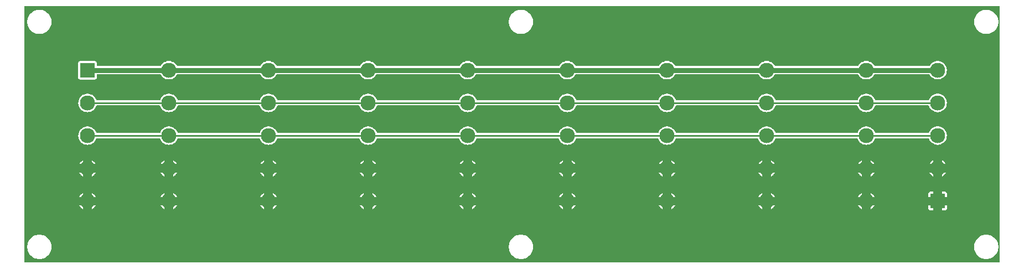
<source format=gtl>
G04 Layer: TopLayer*
G04 EasyEDA v6.4.25, 2021-12-12T20:56:00+02:00*
G04 4092842e100643a18230132d8ada3433,1f0f20c424864fadbde79754da5e519f,10*
G04 Gerber Generator version 0.2*
G04 Scale: 100 percent, Rotated: No, Reflected: No *
G04 Dimensions in millimeters *
G04 leading zeros omitted , absolute positions ,4 integer and 5 decimal *
%FSLAX45Y45*%
%MOMM*%

%ADD10C,0.2540*%
%ADD11C,0.7600*%
%ADD12C,2.3000*%
%ADD13R,2.3000X2.3000*%

%LPD*%
G36*
X-205232Y-3949192D02*
G01*
X-209143Y-3948429D01*
X-212394Y-3946194D01*
X-214629Y-3942943D01*
X-215392Y-3939032D01*
X-215392Y-36068D01*
X-214629Y-32156D01*
X-212394Y-28905D01*
X-209143Y-26670D01*
X-205232Y-25908D01*
X14695932Y-25908D01*
X14699843Y-26670D01*
X14703094Y-28905D01*
X14705330Y-32156D01*
X14706092Y-36068D01*
X14706092Y-3939032D01*
X14705330Y-3942943D01*
X14703094Y-3946194D01*
X14699843Y-3948429D01*
X14695932Y-3949192D01*
G37*

%LPC*%
G36*
X7369302Y-3894074D02*
G01*
X7388098Y-3894074D01*
X7406843Y-3892143D01*
X7425283Y-3888384D01*
X7443266Y-3882745D01*
X7460589Y-3875278D01*
X7477048Y-3866134D01*
X7492492Y-3855415D01*
X7506766Y-3843121D01*
X7519771Y-3829507D01*
X7531252Y-3814572D01*
X7541259Y-3798620D01*
X7549540Y-3781704D01*
X7556093Y-3764026D01*
X7560767Y-3745839D01*
X7563662Y-3727196D01*
X7564577Y-3708400D01*
X7563662Y-3689604D01*
X7560767Y-3670960D01*
X7556093Y-3652774D01*
X7549540Y-3635095D01*
X7541259Y-3618179D01*
X7531252Y-3602228D01*
X7519771Y-3587292D01*
X7506766Y-3573678D01*
X7492492Y-3561384D01*
X7477048Y-3550665D01*
X7460589Y-3541522D01*
X7443266Y-3534054D01*
X7425283Y-3528415D01*
X7406843Y-3524656D01*
X7388098Y-3522726D01*
X7369302Y-3522726D01*
X7350556Y-3524656D01*
X7332116Y-3528415D01*
X7314133Y-3534054D01*
X7296810Y-3541522D01*
X7280351Y-3550665D01*
X7264908Y-3561384D01*
X7250633Y-3573678D01*
X7237628Y-3587292D01*
X7226147Y-3602228D01*
X7216140Y-3618179D01*
X7207859Y-3635095D01*
X7201306Y-3652774D01*
X7196632Y-3670960D01*
X7193737Y-3689604D01*
X7192822Y-3708400D01*
X7193737Y-3727196D01*
X7196632Y-3745839D01*
X7201306Y-3764026D01*
X7207859Y-3781704D01*
X7216140Y-3798620D01*
X7226147Y-3814572D01*
X7237628Y-3829507D01*
X7250633Y-3843121D01*
X7264908Y-3855415D01*
X7280351Y-3866134D01*
X7296810Y-3875278D01*
X7314133Y-3882745D01*
X7332116Y-3888384D01*
X7350556Y-3892143D01*
G37*
G36*
X14487651Y-3894074D02*
G01*
X14506448Y-3894074D01*
X14525193Y-3892143D01*
X14543633Y-3888384D01*
X14561616Y-3882745D01*
X14578939Y-3875278D01*
X14595398Y-3866134D01*
X14610842Y-3855415D01*
X14625116Y-3843121D01*
X14638121Y-3829507D01*
X14649602Y-3814572D01*
X14659610Y-3798620D01*
X14667890Y-3781704D01*
X14674443Y-3764026D01*
X14679117Y-3745839D01*
X14682012Y-3727196D01*
X14682927Y-3708400D01*
X14682012Y-3689604D01*
X14679117Y-3670960D01*
X14674443Y-3652774D01*
X14667890Y-3635095D01*
X14659610Y-3618179D01*
X14649602Y-3602228D01*
X14638121Y-3587292D01*
X14625116Y-3573678D01*
X14610842Y-3561384D01*
X14595398Y-3550665D01*
X14578939Y-3541522D01*
X14561616Y-3534054D01*
X14543633Y-3528415D01*
X14525193Y-3524656D01*
X14506448Y-3522726D01*
X14487651Y-3522726D01*
X14468906Y-3524656D01*
X14450466Y-3528415D01*
X14432483Y-3534054D01*
X14415160Y-3541522D01*
X14398701Y-3550665D01*
X14383257Y-3561384D01*
X14368983Y-3573678D01*
X14355978Y-3587292D01*
X14344497Y-3602228D01*
X14334490Y-3618179D01*
X14326209Y-3635095D01*
X14319656Y-3652774D01*
X14314982Y-3670960D01*
X14312087Y-3689604D01*
X14311172Y-3708400D01*
X14312087Y-3727196D01*
X14314982Y-3745839D01*
X14319656Y-3764026D01*
X14326209Y-3781704D01*
X14334490Y-3798620D01*
X14344497Y-3814572D01*
X14355978Y-3829507D01*
X14368983Y-3843121D01*
X14383257Y-3855415D01*
X14398701Y-3866134D01*
X14415160Y-3875278D01*
X14432483Y-3882745D01*
X14450466Y-3888384D01*
X14468906Y-3892143D01*
G37*
G36*
X3302Y-3894074D02*
G01*
X22098Y-3894074D01*
X40843Y-3892143D01*
X59283Y-3888384D01*
X77266Y-3882745D01*
X94589Y-3875278D01*
X111048Y-3866134D01*
X126492Y-3855415D01*
X140766Y-3843121D01*
X153771Y-3829507D01*
X165252Y-3814572D01*
X175260Y-3798620D01*
X183540Y-3781704D01*
X190093Y-3764026D01*
X194767Y-3745839D01*
X197662Y-3727196D01*
X198577Y-3708400D01*
X197662Y-3689604D01*
X194767Y-3670960D01*
X190093Y-3652774D01*
X183540Y-3635095D01*
X175260Y-3618179D01*
X165252Y-3602228D01*
X153771Y-3587292D01*
X140766Y-3573678D01*
X126492Y-3561384D01*
X111048Y-3550665D01*
X94589Y-3541522D01*
X77266Y-3534054D01*
X59283Y-3528415D01*
X40843Y-3524656D01*
X22098Y-3522726D01*
X3302Y-3522726D01*
X-15443Y-3524656D01*
X-33883Y-3528415D01*
X-51866Y-3534054D01*
X-69189Y-3541522D01*
X-85648Y-3550665D01*
X-101092Y-3561384D01*
X-115366Y-3573678D01*
X-128371Y-3587292D01*
X-139852Y-3602228D01*
X-149860Y-3618179D01*
X-158140Y-3635095D01*
X-164693Y-3652774D01*
X-169367Y-3670960D01*
X-172262Y-3689604D01*
X-173177Y-3708400D01*
X-172262Y-3727196D01*
X-169367Y-3745839D01*
X-164693Y-3764026D01*
X-158140Y-3781704D01*
X-149860Y-3798620D01*
X-139852Y-3814572D01*
X-128371Y-3829507D01*
X-115366Y-3843121D01*
X-101092Y-3855415D01*
X-85648Y-3866134D01*
X-69189Y-3875278D01*
X-51866Y-3882745D01*
X-33883Y-3888384D01*
X-15443Y-3892143D01*
G37*
G36*
X13817955Y-3147517D02*
G01*
X13868552Y-3147517D01*
X13874851Y-3146806D01*
X13880338Y-3144875D01*
X13885214Y-3141827D01*
X13889329Y-3137712D01*
X13892377Y-3132836D01*
X13894307Y-3127349D01*
X13895019Y-3121050D01*
X13895019Y-3070453D01*
X13817955Y-3070453D01*
G37*
G36*
X13639647Y-3147517D02*
G01*
X13690244Y-3147517D01*
X13690244Y-3070453D01*
X13613180Y-3070453D01*
X13613180Y-3121050D01*
X13613892Y-3127349D01*
X13615822Y-3132836D01*
X13618870Y-3137712D01*
X13622985Y-3141827D01*
X13627862Y-3144875D01*
X13633348Y-3146806D01*
G37*
G36*
X685444Y-3132074D02*
G01*
X685444Y-3070453D01*
X623925Y-3070453D01*
X628650Y-3079343D01*
X637743Y-3092653D01*
X648258Y-3104794D01*
X660095Y-3115665D01*
X673150Y-3125114D01*
G37*
G36*
X813155Y-3132074D02*
G01*
X825449Y-3125114D01*
X838504Y-3115665D01*
X850341Y-3104794D01*
X860856Y-3092653D01*
X869950Y-3079343D01*
X874674Y-3070453D01*
X813155Y-3070453D01*
G37*
G36*
X1930044Y-3132074D02*
G01*
X1930044Y-3070453D01*
X1868525Y-3070453D01*
X1873250Y-3079343D01*
X1882343Y-3092653D01*
X1892858Y-3104794D01*
X1904695Y-3115665D01*
X1917750Y-3125114D01*
G37*
G36*
X4978044Y-3132074D02*
G01*
X4978044Y-3070453D01*
X4916525Y-3070453D01*
X4921250Y-3079343D01*
X4930343Y-3092653D01*
X4940858Y-3104794D01*
X4952695Y-3115665D01*
X4965750Y-3125114D01*
G37*
G36*
X9550044Y-3132074D02*
G01*
X9550044Y-3070453D01*
X9488525Y-3070453D01*
X9493250Y-3079343D01*
X9502343Y-3092653D01*
X9512858Y-3104794D01*
X9524695Y-3115665D01*
X9537750Y-3125114D01*
G37*
G36*
X8153755Y-3132074D02*
G01*
X8166049Y-3125114D01*
X8179104Y-3115665D01*
X8190941Y-3104794D01*
X8201456Y-3092653D01*
X8210550Y-3079343D01*
X8215274Y-3070453D01*
X8153755Y-3070453D01*
G37*
G36*
X5105755Y-3132074D02*
G01*
X5118049Y-3125114D01*
X5131104Y-3115665D01*
X5142941Y-3104794D01*
X5153456Y-3092653D01*
X5162550Y-3079343D01*
X5167274Y-3070453D01*
X5105755Y-3070453D01*
G37*
G36*
X3581755Y-3132074D02*
G01*
X3594049Y-3125114D01*
X3607104Y-3115665D01*
X3618941Y-3104794D01*
X3629456Y-3092653D01*
X3638550Y-3079343D01*
X3643274Y-3070453D01*
X3581755Y-3070453D01*
G37*
G36*
X9677755Y-3132074D02*
G01*
X9690049Y-3125114D01*
X9703104Y-3115665D01*
X9714941Y-3104794D01*
X9725456Y-3092653D01*
X9734550Y-3079343D01*
X9739274Y-3070453D01*
X9677755Y-3070453D01*
G37*
G36*
X12598044Y-3132074D02*
G01*
X12598044Y-3070453D01*
X12536525Y-3070453D01*
X12541250Y-3079343D01*
X12550343Y-3092653D01*
X12560858Y-3104794D01*
X12572695Y-3115665D01*
X12585750Y-3125114D01*
G37*
G36*
X12725755Y-3132074D02*
G01*
X12738049Y-3125114D01*
X12751104Y-3115665D01*
X12762941Y-3104794D01*
X12773456Y-3092653D01*
X12782550Y-3079343D01*
X12787274Y-3070453D01*
X12725755Y-3070453D01*
G37*
G36*
X8026044Y-3132074D02*
G01*
X8026044Y-3070453D01*
X7964525Y-3070453D01*
X7969250Y-3079343D01*
X7978343Y-3092653D01*
X7988858Y-3104794D01*
X8000695Y-3115665D01*
X8013750Y-3125114D01*
G37*
G36*
X2057755Y-3132074D02*
G01*
X2070049Y-3125114D01*
X2083104Y-3115665D01*
X2094941Y-3104794D01*
X2105456Y-3092653D01*
X2114550Y-3079343D01*
X2119274Y-3070453D01*
X2057755Y-3070453D01*
G37*
G36*
X6502044Y-3132074D02*
G01*
X6502044Y-3070453D01*
X6440525Y-3070453D01*
X6445250Y-3079343D01*
X6454343Y-3092653D01*
X6464858Y-3104794D01*
X6476695Y-3115665D01*
X6489750Y-3125114D01*
G37*
G36*
X3454044Y-3132074D02*
G01*
X3454044Y-3070453D01*
X3392525Y-3070453D01*
X3397250Y-3079343D01*
X3406343Y-3092653D01*
X3416858Y-3104794D01*
X3428695Y-3115665D01*
X3441750Y-3125114D01*
G37*
G36*
X11074044Y-3132074D02*
G01*
X11074044Y-3070453D01*
X11012525Y-3070453D01*
X11017250Y-3079343D01*
X11026343Y-3092653D01*
X11036858Y-3104794D01*
X11048695Y-3115665D01*
X11061750Y-3125114D01*
G37*
G36*
X6629755Y-3132074D02*
G01*
X6642049Y-3125114D01*
X6655104Y-3115665D01*
X6666941Y-3104794D01*
X6677456Y-3092653D01*
X6686550Y-3079343D01*
X6691274Y-3070453D01*
X6629755Y-3070453D01*
G37*
G36*
X11201755Y-3132074D02*
G01*
X11214049Y-3125114D01*
X11227104Y-3115665D01*
X11238941Y-3104794D01*
X11249456Y-3092653D01*
X11258550Y-3079343D01*
X11263274Y-3070453D01*
X11201755Y-3070453D01*
G37*
G36*
X813155Y-2942742D02*
G01*
X874776Y-2942742D01*
X873912Y-2940862D01*
X865581Y-2927096D01*
X855776Y-2914345D01*
X844550Y-2902813D01*
X832103Y-2892602D01*
X818591Y-2883916D01*
X813155Y-2881274D01*
G37*
G36*
X623824Y-2942742D02*
G01*
X685444Y-2942742D01*
X685444Y-2881274D01*
X680008Y-2883916D01*
X666496Y-2892602D01*
X654050Y-2902813D01*
X642823Y-2914345D01*
X633018Y-2927096D01*
X624687Y-2940862D01*
G37*
G36*
X1868424Y-2942742D02*
G01*
X1930044Y-2942742D01*
X1930044Y-2881223D01*
X1924608Y-2883916D01*
X1911096Y-2892602D01*
X1898650Y-2902813D01*
X1887423Y-2914345D01*
X1877618Y-2927096D01*
X1869287Y-2940862D01*
G37*
G36*
X6629755Y-2942742D02*
G01*
X6691375Y-2942742D01*
X6690512Y-2940862D01*
X6682181Y-2927096D01*
X6672376Y-2914345D01*
X6661150Y-2902813D01*
X6648703Y-2892602D01*
X6635191Y-2883916D01*
X6629755Y-2881223D01*
G37*
G36*
X6440424Y-2942742D02*
G01*
X6502044Y-2942742D01*
X6502044Y-2881223D01*
X6496608Y-2883916D01*
X6483096Y-2892602D01*
X6470650Y-2902813D01*
X6459423Y-2914345D01*
X6449618Y-2927096D01*
X6441287Y-2940862D01*
G37*
G36*
X7964424Y-2942742D02*
G01*
X8026044Y-2942742D01*
X8026044Y-2881223D01*
X8020608Y-2883916D01*
X8007096Y-2892602D01*
X7994650Y-2902813D01*
X7983423Y-2914345D01*
X7973618Y-2927096D01*
X7965287Y-2940862D01*
G37*
G36*
X11012424Y-2942742D02*
G01*
X11074044Y-2942742D01*
X11074044Y-2881223D01*
X11068608Y-2883916D01*
X11055096Y-2892602D01*
X11042650Y-2902813D01*
X11031423Y-2914345D01*
X11021618Y-2927096D01*
X11013287Y-2940862D01*
G37*
G36*
X3392424Y-2942742D02*
G01*
X3454044Y-2942742D01*
X3454044Y-2881223D01*
X3448608Y-2883916D01*
X3435096Y-2892602D01*
X3422650Y-2902813D01*
X3411423Y-2914345D01*
X3401618Y-2927096D01*
X3393287Y-2940862D01*
G37*
G36*
X9677755Y-2942742D02*
G01*
X9739376Y-2942742D01*
X9738512Y-2940862D01*
X9730181Y-2927096D01*
X9720376Y-2914345D01*
X9709150Y-2902813D01*
X9696704Y-2892602D01*
X9683191Y-2883916D01*
X9677755Y-2881223D01*
G37*
G36*
X5105755Y-2942742D02*
G01*
X5167376Y-2942742D01*
X5166512Y-2940862D01*
X5158181Y-2927096D01*
X5148376Y-2914345D01*
X5137150Y-2902813D01*
X5124704Y-2892602D01*
X5111191Y-2883916D01*
X5105755Y-2881223D01*
G37*
G36*
X8153755Y-2942742D02*
G01*
X8215375Y-2942742D01*
X8214512Y-2940862D01*
X8206181Y-2927096D01*
X8196376Y-2914345D01*
X8185150Y-2902813D01*
X8172703Y-2892602D01*
X8159191Y-2883916D01*
X8153755Y-2881223D01*
G37*
G36*
X3581755Y-2942742D02*
G01*
X3643376Y-2942742D01*
X3642512Y-2940862D01*
X3634181Y-2927096D01*
X3624376Y-2914345D01*
X3613150Y-2902813D01*
X3600704Y-2892602D01*
X3587191Y-2883916D01*
X3581755Y-2881223D01*
G37*
G36*
X2057755Y-2942742D02*
G01*
X2119376Y-2942742D01*
X2118512Y-2940862D01*
X2110181Y-2927096D01*
X2100376Y-2914345D01*
X2089150Y-2902813D01*
X2076704Y-2892602D01*
X2063191Y-2883916D01*
X2057755Y-2881223D01*
G37*
G36*
X12725755Y-2942742D02*
G01*
X12787376Y-2942742D01*
X12786512Y-2940862D01*
X12778181Y-2927096D01*
X12768376Y-2914345D01*
X12757150Y-2902813D01*
X12744704Y-2892602D01*
X12731191Y-2883916D01*
X12725755Y-2881223D01*
G37*
G36*
X12536424Y-2942742D02*
G01*
X12598044Y-2942742D01*
X12598044Y-2881223D01*
X12592608Y-2883916D01*
X12579096Y-2892602D01*
X12566650Y-2902813D01*
X12555423Y-2914345D01*
X12545618Y-2927096D01*
X12537287Y-2940862D01*
G37*
G36*
X9488424Y-2942742D02*
G01*
X9550044Y-2942742D01*
X9550044Y-2881223D01*
X9544608Y-2883916D01*
X9531096Y-2892602D01*
X9518650Y-2902813D01*
X9507423Y-2914345D01*
X9497618Y-2927096D01*
X9489287Y-2940862D01*
G37*
G36*
X4916424Y-2942742D02*
G01*
X4978044Y-2942742D01*
X4978044Y-2881223D01*
X4972608Y-2883916D01*
X4959096Y-2892602D01*
X4946650Y-2902813D01*
X4935423Y-2914345D01*
X4925618Y-2927096D01*
X4917287Y-2940862D01*
G37*
G36*
X11201755Y-2942742D02*
G01*
X11263376Y-2942742D01*
X11262512Y-2940862D01*
X11254181Y-2927096D01*
X11244376Y-2914345D01*
X11233150Y-2902813D01*
X11220704Y-2892602D01*
X11207191Y-2883916D01*
X11201755Y-2881223D01*
G37*
G36*
X13817955Y-2942742D02*
G01*
X13895019Y-2942742D01*
X13895019Y-2892196D01*
X13894307Y-2885846D01*
X13892377Y-2880410D01*
X13889329Y-2875483D01*
X13885214Y-2871419D01*
X13880338Y-2868320D01*
X13874851Y-2866390D01*
X13868552Y-2865678D01*
X13817955Y-2865678D01*
G37*
G36*
X13613180Y-2942742D02*
G01*
X13690244Y-2942742D01*
X13690244Y-2865678D01*
X13639647Y-2865678D01*
X13633348Y-2866390D01*
X13627862Y-2868320D01*
X13622985Y-2871419D01*
X13618870Y-2875483D01*
X13615822Y-2880410D01*
X13613892Y-2885846D01*
X13613180Y-2892196D01*
G37*
G36*
X1930044Y-2632100D02*
G01*
X1930044Y-2570429D01*
X1868525Y-2570429D01*
X1873250Y-2579370D01*
X1882343Y-2592628D01*
X1892858Y-2604770D01*
X1904695Y-2615692D01*
X1917750Y-2625140D01*
G37*
G36*
X8153755Y-2632100D02*
G01*
X8166049Y-2625140D01*
X8179104Y-2615692D01*
X8190941Y-2604770D01*
X8201456Y-2592628D01*
X8210550Y-2579370D01*
X8215274Y-2570429D01*
X8153755Y-2570429D01*
G37*
G36*
X4978044Y-2632100D02*
G01*
X4978044Y-2570429D01*
X4916525Y-2570429D01*
X4921250Y-2579370D01*
X4930343Y-2592628D01*
X4940858Y-2604770D01*
X4952695Y-2615692D01*
X4965750Y-2625140D01*
G37*
G36*
X3581755Y-2632100D02*
G01*
X3594049Y-2625140D01*
X3607104Y-2615692D01*
X3618941Y-2604770D01*
X3629456Y-2592628D01*
X3638550Y-2579370D01*
X3643274Y-2570429D01*
X3581755Y-2570429D01*
G37*
G36*
X9550044Y-2632100D02*
G01*
X9550044Y-2570429D01*
X9488525Y-2570429D01*
X9493250Y-2579370D01*
X9502343Y-2592628D01*
X9512858Y-2604770D01*
X9524695Y-2615692D01*
X9537750Y-2625140D01*
G37*
G36*
X8026044Y-2632100D02*
G01*
X8026044Y-2570429D01*
X7964525Y-2570429D01*
X7969250Y-2579370D01*
X7978343Y-2592628D01*
X7988858Y-2604770D01*
X8000695Y-2615692D01*
X8013750Y-2625140D01*
G37*
G36*
X11201755Y-2632100D02*
G01*
X11214049Y-2625140D01*
X11227104Y-2615692D01*
X11238941Y-2604770D01*
X11249456Y-2592628D01*
X11258550Y-2579370D01*
X11263274Y-2570429D01*
X11201755Y-2570429D01*
G37*
G36*
X6502044Y-2632100D02*
G01*
X6502044Y-2570429D01*
X6440525Y-2570429D01*
X6445250Y-2579370D01*
X6454343Y-2592628D01*
X6464858Y-2604770D01*
X6476695Y-2615692D01*
X6489750Y-2625140D01*
G37*
G36*
X12598044Y-2632100D02*
G01*
X12598044Y-2570429D01*
X12536525Y-2570429D01*
X12541250Y-2579370D01*
X12550343Y-2592628D01*
X12560858Y-2604770D01*
X12572695Y-2615692D01*
X12585750Y-2625140D01*
G37*
G36*
X5105755Y-2632100D02*
G01*
X5118049Y-2625140D01*
X5131104Y-2615692D01*
X5142941Y-2604770D01*
X5153456Y-2592628D01*
X5162550Y-2579370D01*
X5167274Y-2570429D01*
X5105755Y-2570429D01*
G37*
G36*
X3454044Y-2632100D02*
G01*
X3454044Y-2570429D01*
X3392525Y-2570429D01*
X3397250Y-2579370D01*
X3406343Y-2592628D01*
X3416858Y-2604770D01*
X3428695Y-2615692D01*
X3441750Y-2625140D01*
G37*
G36*
X9677755Y-2632100D02*
G01*
X9690049Y-2625140D01*
X9703104Y-2615692D01*
X9714941Y-2604770D01*
X9725456Y-2592628D01*
X9734550Y-2579370D01*
X9739274Y-2570429D01*
X9677755Y-2570429D01*
G37*
G36*
X2057755Y-2632100D02*
G01*
X2070049Y-2625140D01*
X2083104Y-2615692D01*
X2094941Y-2604770D01*
X2105456Y-2592628D01*
X2114550Y-2579370D01*
X2119274Y-2570429D01*
X2057755Y-2570429D01*
G37*
G36*
X11074044Y-2632100D02*
G01*
X11074044Y-2570429D01*
X11012525Y-2570429D01*
X11017250Y-2579370D01*
X11026343Y-2592628D01*
X11036858Y-2604770D01*
X11048695Y-2615692D01*
X11061750Y-2625140D01*
G37*
G36*
X12725755Y-2632100D02*
G01*
X12738049Y-2625140D01*
X12751104Y-2615692D01*
X12762941Y-2604770D01*
X12773456Y-2592628D01*
X12782550Y-2579370D01*
X12787274Y-2570429D01*
X12725755Y-2570429D01*
G37*
G36*
X6629755Y-2632100D02*
G01*
X6642049Y-2625140D01*
X6655104Y-2615692D01*
X6666941Y-2604770D01*
X6677456Y-2592628D01*
X6686550Y-2579370D01*
X6691274Y-2570429D01*
X6629755Y-2570429D01*
G37*
G36*
X685444Y-2632049D02*
G01*
X685444Y-2570429D01*
X623925Y-2570429D01*
X628650Y-2579319D01*
X637743Y-2592628D01*
X648258Y-2604770D01*
X660095Y-2615641D01*
X673150Y-2625090D01*
G37*
G36*
X813155Y-2632049D02*
G01*
X825449Y-2625090D01*
X838504Y-2615641D01*
X850341Y-2604770D01*
X860856Y-2592628D01*
X869950Y-2579319D01*
X874674Y-2570429D01*
X813155Y-2570429D01*
G37*
G36*
X13817955Y-2631948D02*
G01*
X13823391Y-2629306D01*
X13836904Y-2620568D01*
X13849350Y-2610408D01*
X13860576Y-2598877D01*
X13870381Y-2586126D01*
X13878712Y-2572359D01*
X13879576Y-2570480D01*
X13817955Y-2570480D01*
G37*
G36*
X13690244Y-2631948D02*
G01*
X13690244Y-2570480D01*
X13628624Y-2570480D01*
X13629487Y-2572359D01*
X13637818Y-2586126D01*
X13647623Y-2598877D01*
X13658850Y-2610408D01*
X13671296Y-2620568D01*
X13684808Y-2629306D01*
G37*
G36*
X1868424Y-2442768D02*
G01*
X1930044Y-2442768D01*
X1930044Y-2381250D01*
X1924608Y-2383942D01*
X1911096Y-2392629D01*
X1898650Y-2402789D01*
X1887423Y-2414320D01*
X1877618Y-2427071D01*
X1869287Y-2440838D01*
G37*
G36*
X7964424Y-2442768D02*
G01*
X8026044Y-2442768D01*
X8026044Y-2381250D01*
X8020608Y-2383942D01*
X8007096Y-2392629D01*
X7994650Y-2402789D01*
X7983423Y-2414320D01*
X7973618Y-2427071D01*
X7965287Y-2440838D01*
G37*
G36*
X3392424Y-2442768D02*
G01*
X3454044Y-2442768D01*
X3454044Y-2381250D01*
X3448608Y-2383942D01*
X3435096Y-2392629D01*
X3422650Y-2402789D01*
X3411423Y-2414320D01*
X3401618Y-2427071D01*
X3393287Y-2440838D01*
G37*
G36*
X6440424Y-2442768D02*
G01*
X6502044Y-2442768D01*
X6502044Y-2381250D01*
X6496608Y-2383942D01*
X6483096Y-2392629D01*
X6470650Y-2402789D01*
X6459423Y-2414320D01*
X6449618Y-2427071D01*
X6441287Y-2440838D01*
G37*
G36*
X6629755Y-2442768D02*
G01*
X6691375Y-2442768D01*
X6690512Y-2440838D01*
X6682181Y-2427071D01*
X6672376Y-2414320D01*
X6661150Y-2402789D01*
X6648703Y-2392629D01*
X6635191Y-2383942D01*
X6629755Y-2381250D01*
G37*
G36*
X11201755Y-2442768D02*
G01*
X11263376Y-2442768D01*
X11262512Y-2440838D01*
X11254181Y-2427071D01*
X11244376Y-2414320D01*
X11233150Y-2402789D01*
X11220704Y-2392629D01*
X11207191Y-2383942D01*
X11201755Y-2381250D01*
G37*
G36*
X2057755Y-2442768D02*
G01*
X2119376Y-2442768D01*
X2118512Y-2440838D01*
X2110181Y-2427071D01*
X2100376Y-2414320D01*
X2089150Y-2402789D01*
X2076704Y-2392629D01*
X2063191Y-2383942D01*
X2057755Y-2381250D01*
G37*
G36*
X5105755Y-2442768D02*
G01*
X5167376Y-2442768D01*
X5166512Y-2440838D01*
X5158181Y-2427071D01*
X5148376Y-2414320D01*
X5137150Y-2402789D01*
X5124704Y-2392629D01*
X5111191Y-2383942D01*
X5105755Y-2381250D01*
G37*
G36*
X8153755Y-2442768D02*
G01*
X8215375Y-2442768D01*
X8214512Y-2440838D01*
X8206181Y-2427071D01*
X8196376Y-2414320D01*
X8185150Y-2402789D01*
X8172703Y-2392629D01*
X8159191Y-2383942D01*
X8153755Y-2381250D01*
G37*
G36*
X11012424Y-2442768D02*
G01*
X11074044Y-2442768D01*
X11074044Y-2381250D01*
X11068608Y-2383942D01*
X11055096Y-2392629D01*
X11042650Y-2402789D01*
X11031423Y-2414320D01*
X11021618Y-2427071D01*
X11013287Y-2440838D01*
G37*
G36*
X12536424Y-2442768D02*
G01*
X12598044Y-2442768D01*
X12598044Y-2381250D01*
X12592608Y-2383942D01*
X12579096Y-2392629D01*
X12566650Y-2402789D01*
X12555423Y-2414320D01*
X12545618Y-2427071D01*
X12537287Y-2440838D01*
G37*
G36*
X9677755Y-2442768D02*
G01*
X9739376Y-2442768D01*
X9738512Y-2440838D01*
X9730181Y-2427071D01*
X9720376Y-2414320D01*
X9709150Y-2402789D01*
X9696704Y-2392629D01*
X9683191Y-2383942D01*
X9677755Y-2381250D01*
G37*
G36*
X4916424Y-2442768D02*
G01*
X4978044Y-2442768D01*
X4978044Y-2381250D01*
X4972608Y-2383942D01*
X4959096Y-2392629D01*
X4946650Y-2402789D01*
X4935423Y-2414320D01*
X4925618Y-2427071D01*
X4917287Y-2440838D01*
G37*
G36*
X9488424Y-2442768D02*
G01*
X9550044Y-2442768D01*
X9550044Y-2381250D01*
X9544608Y-2383942D01*
X9531096Y-2392629D01*
X9518650Y-2402789D01*
X9507423Y-2414320D01*
X9497618Y-2427071D01*
X9489287Y-2440838D01*
G37*
G36*
X3581755Y-2442768D02*
G01*
X3643376Y-2442768D01*
X3642512Y-2440838D01*
X3634181Y-2427071D01*
X3624376Y-2414320D01*
X3613150Y-2402789D01*
X3600704Y-2392629D01*
X3587191Y-2383942D01*
X3581755Y-2381250D01*
G37*
G36*
X12725755Y-2442768D02*
G01*
X12787376Y-2442768D01*
X12786512Y-2440838D01*
X12778181Y-2427071D01*
X12768376Y-2414320D01*
X12757150Y-2402789D01*
X12744704Y-2392629D01*
X12731191Y-2383942D01*
X12725755Y-2381250D01*
G37*
G36*
X13628725Y-2442768D02*
G01*
X13690244Y-2442768D01*
X13690244Y-2381148D01*
X13677950Y-2388108D01*
X13664895Y-2397556D01*
X13653058Y-2408428D01*
X13642543Y-2420569D01*
X13633450Y-2433878D01*
G37*
G36*
X13817955Y-2442768D02*
G01*
X13879474Y-2442768D01*
X13874750Y-2433878D01*
X13865656Y-2420569D01*
X13855141Y-2408428D01*
X13843304Y-2397556D01*
X13830249Y-2388108D01*
X13817955Y-2381148D01*
G37*
G36*
X813155Y-2442718D02*
G01*
X874776Y-2442718D01*
X873912Y-2440838D01*
X865581Y-2427071D01*
X855776Y-2414320D01*
X844550Y-2402789D01*
X832103Y-2392578D01*
X818591Y-2383891D01*
X813155Y-2381250D01*
G37*
G36*
X623824Y-2442718D02*
G01*
X685444Y-2442718D01*
X685444Y-2381250D01*
X680008Y-2383891D01*
X666496Y-2392578D01*
X654050Y-2402789D01*
X642823Y-2414320D01*
X633018Y-2427071D01*
X624687Y-2440838D01*
G37*
G36*
X749300Y-2147468D02*
G01*
X765352Y-2146554D01*
X781202Y-2143810D01*
X796645Y-2139289D01*
X811479Y-2133041D01*
X825449Y-2125116D01*
X838504Y-2115667D01*
X850341Y-2104796D01*
X860856Y-2092655D01*
X869950Y-2079345D01*
X877468Y-2065121D01*
X882700Y-2051659D01*
X884885Y-2048306D01*
X888187Y-2046020D01*
X892149Y-2045207D01*
X1851050Y-2045207D01*
X1855012Y-2046020D01*
X1858314Y-2048306D01*
X1860499Y-2051659D01*
X1865731Y-2065121D01*
X1873250Y-2079345D01*
X1882343Y-2092655D01*
X1892858Y-2104796D01*
X1904695Y-2115667D01*
X1917750Y-2125116D01*
X1931720Y-2133041D01*
X1946554Y-2139289D01*
X1961997Y-2143810D01*
X1977847Y-2146554D01*
X1993900Y-2147468D01*
X2009952Y-2146554D01*
X2025802Y-2143810D01*
X2041245Y-2139289D01*
X2056079Y-2133041D01*
X2070049Y-2125116D01*
X2083104Y-2115667D01*
X2094941Y-2104796D01*
X2105456Y-2092655D01*
X2114550Y-2079345D01*
X2122068Y-2065121D01*
X2127300Y-2051659D01*
X2129485Y-2048306D01*
X2132787Y-2046020D01*
X2136749Y-2045207D01*
X3375050Y-2045207D01*
X3379012Y-2046020D01*
X3382314Y-2048306D01*
X3384499Y-2051659D01*
X3389731Y-2065121D01*
X3397250Y-2079345D01*
X3406343Y-2092655D01*
X3416858Y-2104796D01*
X3428695Y-2115667D01*
X3441750Y-2125116D01*
X3455720Y-2133041D01*
X3470554Y-2139289D01*
X3485997Y-2143810D01*
X3501847Y-2146554D01*
X3517900Y-2147468D01*
X3533952Y-2146554D01*
X3549802Y-2143810D01*
X3565245Y-2139289D01*
X3580079Y-2133041D01*
X3594049Y-2125116D01*
X3607104Y-2115667D01*
X3618941Y-2104796D01*
X3629456Y-2092655D01*
X3638550Y-2079345D01*
X3646068Y-2065121D01*
X3651300Y-2051659D01*
X3653485Y-2048306D01*
X3656787Y-2046020D01*
X3660749Y-2045207D01*
X4899050Y-2045207D01*
X4903012Y-2046020D01*
X4906314Y-2048306D01*
X4908499Y-2051659D01*
X4913731Y-2065121D01*
X4921250Y-2079345D01*
X4930343Y-2092655D01*
X4940858Y-2104796D01*
X4952695Y-2115667D01*
X4965750Y-2125116D01*
X4979720Y-2133041D01*
X4994554Y-2139289D01*
X5009997Y-2143810D01*
X5025847Y-2146554D01*
X5041900Y-2147468D01*
X5057952Y-2146554D01*
X5073802Y-2143810D01*
X5089245Y-2139289D01*
X5104079Y-2133041D01*
X5118049Y-2125116D01*
X5131104Y-2115667D01*
X5142941Y-2104796D01*
X5153456Y-2092655D01*
X5162550Y-2079345D01*
X5170068Y-2065121D01*
X5175300Y-2051659D01*
X5177485Y-2048306D01*
X5180787Y-2046020D01*
X5184749Y-2045207D01*
X6423050Y-2045207D01*
X6427012Y-2046020D01*
X6430314Y-2048306D01*
X6432499Y-2051659D01*
X6437731Y-2065121D01*
X6445250Y-2079345D01*
X6454343Y-2092655D01*
X6464858Y-2104796D01*
X6476695Y-2115667D01*
X6489750Y-2125116D01*
X6503720Y-2133041D01*
X6518554Y-2139289D01*
X6533997Y-2143810D01*
X6549847Y-2146554D01*
X6565900Y-2147468D01*
X6581952Y-2146554D01*
X6597802Y-2143810D01*
X6613245Y-2139289D01*
X6628079Y-2133041D01*
X6642049Y-2125116D01*
X6655104Y-2115667D01*
X6666941Y-2104796D01*
X6677456Y-2092655D01*
X6686550Y-2079345D01*
X6694068Y-2065121D01*
X6699300Y-2051659D01*
X6701485Y-2048306D01*
X6704787Y-2046020D01*
X6708749Y-2045207D01*
X7947050Y-2045207D01*
X7951012Y-2046020D01*
X7954314Y-2048306D01*
X7956499Y-2051659D01*
X7961731Y-2065121D01*
X7969250Y-2079345D01*
X7978343Y-2092655D01*
X7988858Y-2104796D01*
X8000695Y-2115667D01*
X8013750Y-2125116D01*
X8027720Y-2133041D01*
X8042554Y-2139289D01*
X8057997Y-2143810D01*
X8073847Y-2146554D01*
X8089900Y-2147468D01*
X8105952Y-2146554D01*
X8121802Y-2143810D01*
X8137245Y-2139289D01*
X8152079Y-2133041D01*
X8166049Y-2125116D01*
X8179104Y-2115667D01*
X8190941Y-2104796D01*
X8201456Y-2092655D01*
X8210550Y-2079345D01*
X8218068Y-2065121D01*
X8223300Y-2051659D01*
X8225485Y-2048306D01*
X8228787Y-2046020D01*
X8232749Y-2045207D01*
X9471050Y-2045207D01*
X9475012Y-2046020D01*
X9478314Y-2048306D01*
X9480499Y-2051659D01*
X9485731Y-2065121D01*
X9493250Y-2079345D01*
X9502343Y-2092655D01*
X9512858Y-2104796D01*
X9524695Y-2115667D01*
X9537750Y-2125116D01*
X9551720Y-2133041D01*
X9566554Y-2139289D01*
X9581997Y-2143810D01*
X9597847Y-2146554D01*
X9613900Y-2147468D01*
X9629952Y-2146554D01*
X9645802Y-2143810D01*
X9661245Y-2139289D01*
X9676079Y-2133041D01*
X9690049Y-2125116D01*
X9703104Y-2115667D01*
X9714941Y-2104796D01*
X9725456Y-2092655D01*
X9734550Y-2079345D01*
X9742068Y-2065121D01*
X9747300Y-2051659D01*
X9749485Y-2048306D01*
X9752787Y-2046020D01*
X9756749Y-2045207D01*
X10995050Y-2045207D01*
X10999012Y-2046020D01*
X11002314Y-2048306D01*
X11004499Y-2051659D01*
X11009731Y-2065121D01*
X11017250Y-2079345D01*
X11026343Y-2092655D01*
X11036858Y-2104796D01*
X11048695Y-2115667D01*
X11061750Y-2125116D01*
X11075720Y-2133041D01*
X11090554Y-2139289D01*
X11105997Y-2143810D01*
X11121847Y-2146554D01*
X11137900Y-2147468D01*
X11153952Y-2146554D01*
X11169802Y-2143810D01*
X11185245Y-2139289D01*
X11200079Y-2133041D01*
X11214049Y-2125116D01*
X11227104Y-2115667D01*
X11238941Y-2104796D01*
X11249456Y-2092655D01*
X11258550Y-2079345D01*
X11266068Y-2065121D01*
X11271300Y-2051659D01*
X11273485Y-2048306D01*
X11276787Y-2046020D01*
X11280749Y-2045207D01*
X12519050Y-2045207D01*
X12523012Y-2046020D01*
X12526314Y-2048306D01*
X12528499Y-2051659D01*
X12533731Y-2065121D01*
X12541250Y-2079345D01*
X12550343Y-2092655D01*
X12560858Y-2104796D01*
X12572695Y-2115667D01*
X12585750Y-2125116D01*
X12599720Y-2133041D01*
X12614554Y-2139289D01*
X12629997Y-2143810D01*
X12645847Y-2146554D01*
X12661900Y-2147468D01*
X12677952Y-2146554D01*
X12693802Y-2143810D01*
X12709245Y-2139289D01*
X12724079Y-2133041D01*
X12738049Y-2125116D01*
X12751104Y-2115667D01*
X12762941Y-2104796D01*
X12773456Y-2092655D01*
X12782550Y-2079345D01*
X12790068Y-2065121D01*
X12795300Y-2051659D01*
X12797485Y-2048306D01*
X12800787Y-2046020D01*
X12804749Y-2045207D01*
X13611351Y-2045207D01*
X13615517Y-2046071D01*
X13618921Y-2048560D01*
X13621004Y-2052218D01*
X13622832Y-2057704D01*
X13629487Y-2072335D01*
X13637818Y-2086102D01*
X13647623Y-2098852D01*
X13658850Y-2110384D01*
X13671296Y-2120595D01*
X13684808Y-2129282D01*
X13699236Y-2136394D01*
X13714425Y-2141778D01*
X13730071Y-2145436D01*
X13746073Y-2147265D01*
X13762126Y-2147265D01*
X13778128Y-2145436D01*
X13793774Y-2141778D01*
X13808963Y-2136394D01*
X13823391Y-2129282D01*
X13836904Y-2120595D01*
X13849350Y-2110384D01*
X13860576Y-2098852D01*
X13870381Y-2086102D01*
X13878712Y-2072335D01*
X13885367Y-2057704D01*
X13890345Y-2042414D01*
X13893546Y-2026666D01*
X13894917Y-2010613D01*
X13894460Y-1994560D01*
X13892174Y-1978609D01*
X13888110Y-1963064D01*
X13882268Y-1948078D01*
X13874750Y-1933854D01*
X13865656Y-1920544D01*
X13855141Y-1908403D01*
X13843304Y-1897532D01*
X13830249Y-1888083D01*
X13816279Y-1880158D01*
X13801445Y-1873910D01*
X13786002Y-1869389D01*
X13770152Y-1866646D01*
X13754100Y-1865731D01*
X13738047Y-1866646D01*
X13722197Y-1869389D01*
X13706754Y-1873910D01*
X13691920Y-1880158D01*
X13677950Y-1888083D01*
X13664895Y-1897532D01*
X13653058Y-1908403D01*
X13642543Y-1920544D01*
X13633450Y-1933854D01*
X13625931Y-1948078D01*
X13620699Y-1961540D01*
X13618514Y-1964893D01*
X13615212Y-1967179D01*
X13611250Y-1967992D01*
X12804648Y-1967992D01*
X12800482Y-1967128D01*
X12797078Y-1964639D01*
X12794996Y-1960981D01*
X12793167Y-1955495D01*
X12786512Y-1940864D01*
X12778181Y-1927047D01*
X12768376Y-1914347D01*
X12757150Y-1902815D01*
X12744704Y-1892604D01*
X12731191Y-1883918D01*
X12716764Y-1876806D01*
X12701574Y-1871421D01*
X12685928Y-1867763D01*
X12669926Y-1865934D01*
X12653873Y-1865934D01*
X12637871Y-1867763D01*
X12622225Y-1871421D01*
X12607036Y-1876806D01*
X12592608Y-1883918D01*
X12579096Y-1892604D01*
X12566650Y-1902815D01*
X12555423Y-1914347D01*
X12545618Y-1927047D01*
X12537287Y-1940864D01*
X12530632Y-1955495D01*
X12528804Y-1960981D01*
X12526721Y-1964639D01*
X12523317Y-1967128D01*
X12519152Y-1967992D01*
X11280648Y-1967992D01*
X11276482Y-1967128D01*
X11273078Y-1964639D01*
X11270996Y-1960981D01*
X11269167Y-1955495D01*
X11262512Y-1940864D01*
X11254181Y-1927047D01*
X11244376Y-1914347D01*
X11233150Y-1902815D01*
X11220704Y-1892604D01*
X11207191Y-1883918D01*
X11192764Y-1876806D01*
X11177574Y-1871421D01*
X11161928Y-1867763D01*
X11145926Y-1865934D01*
X11129873Y-1865934D01*
X11113871Y-1867763D01*
X11098225Y-1871421D01*
X11083036Y-1876806D01*
X11068608Y-1883918D01*
X11055096Y-1892604D01*
X11042650Y-1902815D01*
X11031423Y-1914347D01*
X11021618Y-1927047D01*
X11013287Y-1940864D01*
X11006632Y-1955495D01*
X11004804Y-1960981D01*
X11002721Y-1964639D01*
X10999317Y-1967128D01*
X10995152Y-1967992D01*
X9756648Y-1967992D01*
X9752482Y-1967128D01*
X9749078Y-1964639D01*
X9746996Y-1960981D01*
X9745167Y-1955495D01*
X9738512Y-1940864D01*
X9730181Y-1927047D01*
X9720376Y-1914347D01*
X9709150Y-1902815D01*
X9696704Y-1892604D01*
X9683191Y-1883918D01*
X9668764Y-1876806D01*
X9653574Y-1871421D01*
X9637928Y-1867763D01*
X9621926Y-1865934D01*
X9605873Y-1865934D01*
X9589871Y-1867763D01*
X9574225Y-1871421D01*
X9559036Y-1876806D01*
X9544608Y-1883918D01*
X9531096Y-1892604D01*
X9518650Y-1902815D01*
X9507423Y-1914347D01*
X9497618Y-1927047D01*
X9489287Y-1940864D01*
X9482632Y-1955495D01*
X9480804Y-1960981D01*
X9478721Y-1964639D01*
X9475317Y-1967128D01*
X9471152Y-1967992D01*
X8232648Y-1967992D01*
X8228482Y-1967128D01*
X8225078Y-1964639D01*
X8222996Y-1960981D01*
X8221167Y-1955495D01*
X8214512Y-1940864D01*
X8206181Y-1927047D01*
X8196376Y-1914347D01*
X8185150Y-1902815D01*
X8172703Y-1892604D01*
X8159191Y-1883918D01*
X8144764Y-1876806D01*
X8129574Y-1871421D01*
X8113928Y-1867763D01*
X8097926Y-1865934D01*
X8081873Y-1865934D01*
X8065871Y-1867763D01*
X8050225Y-1871421D01*
X8035036Y-1876806D01*
X8020608Y-1883918D01*
X8007096Y-1892604D01*
X7994650Y-1902815D01*
X7983423Y-1914347D01*
X7973618Y-1927047D01*
X7965287Y-1940864D01*
X7958632Y-1955495D01*
X7956803Y-1960981D01*
X7954721Y-1964639D01*
X7951317Y-1967128D01*
X7947152Y-1967992D01*
X6708648Y-1967992D01*
X6704482Y-1967128D01*
X6701078Y-1964639D01*
X6698996Y-1960981D01*
X6697167Y-1955495D01*
X6690512Y-1940864D01*
X6682181Y-1927047D01*
X6672376Y-1914347D01*
X6661150Y-1902815D01*
X6648703Y-1892604D01*
X6635191Y-1883918D01*
X6620764Y-1876806D01*
X6605574Y-1871421D01*
X6589928Y-1867763D01*
X6573926Y-1865934D01*
X6557873Y-1865934D01*
X6541871Y-1867763D01*
X6526225Y-1871421D01*
X6511035Y-1876806D01*
X6496608Y-1883918D01*
X6483096Y-1892604D01*
X6470650Y-1902815D01*
X6459423Y-1914347D01*
X6449618Y-1927047D01*
X6441287Y-1940864D01*
X6434632Y-1955495D01*
X6432804Y-1960981D01*
X6430721Y-1964639D01*
X6427317Y-1967128D01*
X6423152Y-1967992D01*
X5184648Y-1967992D01*
X5180482Y-1967128D01*
X5177078Y-1964639D01*
X5174996Y-1960981D01*
X5173167Y-1955495D01*
X5166512Y-1940864D01*
X5158181Y-1927047D01*
X5148376Y-1914347D01*
X5137150Y-1902815D01*
X5124704Y-1892604D01*
X5111191Y-1883918D01*
X5096764Y-1876806D01*
X5081574Y-1871421D01*
X5065928Y-1867763D01*
X5049926Y-1865934D01*
X5033873Y-1865934D01*
X5017871Y-1867763D01*
X5002225Y-1871421D01*
X4987036Y-1876806D01*
X4972608Y-1883918D01*
X4959096Y-1892604D01*
X4946650Y-1902815D01*
X4935423Y-1914347D01*
X4925618Y-1927047D01*
X4917287Y-1940864D01*
X4910632Y-1955495D01*
X4908804Y-1960981D01*
X4906721Y-1964639D01*
X4903317Y-1967128D01*
X4899152Y-1967992D01*
X3660648Y-1967992D01*
X3656482Y-1967128D01*
X3653078Y-1964639D01*
X3650996Y-1960981D01*
X3649167Y-1955495D01*
X3642512Y-1940864D01*
X3634181Y-1927047D01*
X3624376Y-1914347D01*
X3613150Y-1902815D01*
X3600704Y-1892604D01*
X3587191Y-1883918D01*
X3572764Y-1876806D01*
X3557574Y-1871421D01*
X3541928Y-1867763D01*
X3525926Y-1865934D01*
X3509873Y-1865934D01*
X3493871Y-1867763D01*
X3478225Y-1871421D01*
X3463036Y-1876806D01*
X3448608Y-1883918D01*
X3435096Y-1892604D01*
X3422650Y-1902815D01*
X3411423Y-1914347D01*
X3401618Y-1927047D01*
X3393287Y-1940864D01*
X3386632Y-1955495D01*
X3384804Y-1960981D01*
X3382721Y-1964639D01*
X3379317Y-1967128D01*
X3375151Y-1967992D01*
X2136648Y-1967992D01*
X2132482Y-1967128D01*
X2129078Y-1964639D01*
X2126996Y-1960981D01*
X2125167Y-1955495D01*
X2118512Y-1940864D01*
X2110181Y-1927047D01*
X2100376Y-1914347D01*
X2089150Y-1902815D01*
X2076704Y-1892604D01*
X2063191Y-1883918D01*
X2048764Y-1876806D01*
X2033574Y-1871421D01*
X2017928Y-1867763D01*
X2001926Y-1865934D01*
X1985873Y-1865934D01*
X1969871Y-1867763D01*
X1954225Y-1871421D01*
X1939036Y-1876806D01*
X1924608Y-1883918D01*
X1911096Y-1892604D01*
X1898650Y-1902815D01*
X1887423Y-1914347D01*
X1877618Y-1927047D01*
X1869287Y-1940864D01*
X1862632Y-1955495D01*
X1860804Y-1960981D01*
X1858721Y-1964639D01*
X1855317Y-1967128D01*
X1851152Y-1967992D01*
X892048Y-1967992D01*
X887882Y-1967128D01*
X884478Y-1964639D01*
X882396Y-1960981D01*
X880567Y-1955495D01*
X873912Y-1940864D01*
X865581Y-1927098D01*
X855776Y-1914347D01*
X844550Y-1902815D01*
X832103Y-1892604D01*
X818591Y-1883918D01*
X804164Y-1876806D01*
X788974Y-1871421D01*
X773328Y-1867763D01*
X757326Y-1865934D01*
X741273Y-1865934D01*
X725271Y-1867763D01*
X709625Y-1871421D01*
X694436Y-1876806D01*
X680008Y-1883918D01*
X666496Y-1892604D01*
X654050Y-1902815D01*
X642823Y-1914347D01*
X633018Y-1927098D01*
X624687Y-1940864D01*
X618032Y-1955495D01*
X613054Y-1970786D01*
X609854Y-1986534D01*
X608482Y-2002586D01*
X608939Y-2018639D01*
X611225Y-2034590D01*
X615289Y-2050135D01*
X621131Y-2065121D01*
X628650Y-2079345D01*
X637743Y-2092655D01*
X648258Y-2104796D01*
X660095Y-2115667D01*
X673150Y-2125116D01*
X687120Y-2133041D01*
X701954Y-2139289D01*
X717397Y-2143810D01*
X733247Y-2146554D01*
G37*
G36*
X749300Y-1647494D02*
G01*
X765352Y-1646580D01*
X781202Y-1643837D01*
X796645Y-1639265D01*
X811479Y-1633016D01*
X825449Y-1625092D01*
X838504Y-1615643D01*
X850341Y-1604772D01*
X860856Y-1592630D01*
X869950Y-1579372D01*
X877468Y-1565097D01*
X882700Y-1551686D01*
X884885Y-1548282D01*
X888187Y-1545996D01*
X892149Y-1545234D01*
X1851050Y-1545234D01*
X1855012Y-1545996D01*
X1858314Y-1548282D01*
X1860499Y-1551686D01*
X1865731Y-1565148D01*
X1873250Y-1579372D01*
X1882343Y-1592630D01*
X1892858Y-1604772D01*
X1904695Y-1615643D01*
X1917750Y-1625142D01*
X1931720Y-1633016D01*
X1946554Y-1639316D01*
X1961997Y-1643837D01*
X1977847Y-1646580D01*
X1993900Y-1647494D01*
X2009952Y-1646580D01*
X2025802Y-1643837D01*
X2041245Y-1639316D01*
X2056079Y-1633016D01*
X2070049Y-1625142D01*
X2083104Y-1615643D01*
X2094941Y-1604772D01*
X2105456Y-1592630D01*
X2114550Y-1579372D01*
X2122068Y-1565148D01*
X2127300Y-1551686D01*
X2129485Y-1548282D01*
X2132787Y-1545996D01*
X2136749Y-1545234D01*
X3375050Y-1545234D01*
X3379012Y-1545996D01*
X3382314Y-1548282D01*
X3384499Y-1551686D01*
X3389731Y-1565148D01*
X3397250Y-1579372D01*
X3406343Y-1592630D01*
X3416858Y-1604772D01*
X3428695Y-1615643D01*
X3441750Y-1625142D01*
X3455720Y-1633016D01*
X3470554Y-1639316D01*
X3485997Y-1643837D01*
X3501847Y-1646580D01*
X3517900Y-1647494D01*
X3533952Y-1646580D01*
X3549802Y-1643837D01*
X3565245Y-1639316D01*
X3580079Y-1633016D01*
X3594049Y-1625142D01*
X3607104Y-1615643D01*
X3618941Y-1604772D01*
X3629456Y-1592630D01*
X3638550Y-1579372D01*
X3646068Y-1565148D01*
X3651300Y-1551686D01*
X3653485Y-1548282D01*
X3656787Y-1545996D01*
X3660749Y-1545234D01*
X4899050Y-1545234D01*
X4903012Y-1545996D01*
X4906314Y-1548282D01*
X4908499Y-1551686D01*
X4913731Y-1565148D01*
X4921250Y-1579372D01*
X4930343Y-1592630D01*
X4940858Y-1604772D01*
X4952695Y-1615643D01*
X4965750Y-1625142D01*
X4979720Y-1633016D01*
X4994554Y-1639316D01*
X5009997Y-1643837D01*
X5025847Y-1646580D01*
X5041900Y-1647494D01*
X5057952Y-1646580D01*
X5073802Y-1643837D01*
X5089245Y-1639316D01*
X5104079Y-1633016D01*
X5118049Y-1625142D01*
X5131104Y-1615643D01*
X5142941Y-1604772D01*
X5153456Y-1592630D01*
X5162550Y-1579372D01*
X5170068Y-1565148D01*
X5175300Y-1551686D01*
X5177485Y-1548282D01*
X5180787Y-1545996D01*
X5184749Y-1545234D01*
X6423050Y-1545234D01*
X6427012Y-1545996D01*
X6430314Y-1548282D01*
X6432499Y-1551686D01*
X6437731Y-1565148D01*
X6445250Y-1579372D01*
X6454343Y-1592630D01*
X6464858Y-1604772D01*
X6476695Y-1615643D01*
X6489750Y-1625142D01*
X6503720Y-1633016D01*
X6518554Y-1639316D01*
X6533997Y-1643837D01*
X6549847Y-1646580D01*
X6565900Y-1647494D01*
X6581952Y-1646580D01*
X6597802Y-1643837D01*
X6613245Y-1639316D01*
X6628079Y-1633016D01*
X6642049Y-1625142D01*
X6655104Y-1615643D01*
X6666941Y-1604772D01*
X6677456Y-1592630D01*
X6686550Y-1579372D01*
X6694068Y-1565148D01*
X6699300Y-1551686D01*
X6701485Y-1548282D01*
X6704787Y-1545996D01*
X6708749Y-1545234D01*
X7947050Y-1545234D01*
X7951012Y-1545996D01*
X7954314Y-1548282D01*
X7956499Y-1551686D01*
X7961731Y-1565148D01*
X7969250Y-1579372D01*
X7978343Y-1592630D01*
X7988858Y-1604772D01*
X8000695Y-1615643D01*
X8013750Y-1625142D01*
X8027720Y-1633016D01*
X8042554Y-1639316D01*
X8057997Y-1643837D01*
X8073847Y-1646580D01*
X8089900Y-1647494D01*
X8105952Y-1646580D01*
X8121802Y-1643837D01*
X8137245Y-1639316D01*
X8152079Y-1633016D01*
X8166049Y-1625142D01*
X8179104Y-1615643D01*
X8190941Y-1604772D01*
X8201456Y-1592630D01*
X8210550Y-1579372D01*
X8218068Y-1565148D01*
X8223300Y-1551686D01*
X8225485Y-1548282D01*
X8228787Y-1545996D01*
X8232749Y-1545234D01*
X9471050Y-1545234D01*
X9475012Y-1545996D01*
X9478314Y-1548282D01*
X9480499Y-1551686D01*
X9485731Y-1565148D01*
X9493250Y-1579372D01*
X9502343Y-1592630D01*
X9512858Y-1604772D01*
X9524695Y-1615643D01*
X9537750Y-1625142D01*
X9551720Y-1633016D01*
X9566554Y-1639316D01*
X9581997Y-1643837D01*
X9597847Y-1646580D01*
X9613900Y-1647494D01*
X9629952Y-1646580D01*
X9645802Y-1643837D01*
X9661245Y-1639316D01*
X9676079Y-1633016D01*
X9690049Y-1625142D01*
X9703104Y-1615643D01*
X9714941Y-1604772D01*
X9725456Y-1592630D01*
X9734550Y-1579372D01*
X9742068Y-1565148D01*
X9747300Y-1551686D01*
X9749485Y-1548282D01*
X9752787Y-1545996D01*
X9756749Y-1545234D01*
X10995050Y-1545234D01*
X10999012Y-1545996D01*
X11002314Y-1548282D01*
X11004499Y-1551686D01*
X11009731Y-1565148D01*
X11017250Y-1579372D01*
X11026343Y-1592630D01*
X11036858Y-1604772D01*
X11048695Y-1615643D01*
X11061750Y-1625142D01*
X11075720Y-1633016D01*
X11090554Y-1639316D01*
X11105997Y-1643837D01*
X11121847Y-1646580D01*
X11137900Y-1647494D01*
X11153952Y-1646580D01*
X11169802Y-1643837D01*
X11185245Y-1639316D01*
X11200079Y-1633016D01*
X11214049Y-1625142D01*
X11227104Y-1615643D01*
X11238941Y-1604772D01*
X11249456Y-1592630D01*
X11258550Y-1579372D01*
X11266068Y-1565148D01*
X11271300Y-1551686D01*
X11273485Y-1548282D01*
X11276787Y-1545996D01*
X11280749Y-1545234D01*
X12519050Y-1545234D01*
X12523012Y-1545996D01*
X12526314Y-1548282D01*
X12528499Y-1551686D01*
X12533731Y-1565148D01*
X12541250Y-1579372D01*
X12550343Y-1592630D01*
X12560858Y-1604772D01*
X12572695Y-1615643D01*
X12585750Y-1625142D01*
X12599720Y-1633016D01*
X12614554Y-1639316D01*
X12629997Y-1643837D01*
X12645847Y-1646580D01*
X12661900Y-1647494D01*
X12677952Y-1646580D01*
X12693802Y-1643837D01*
X12709245Y-1639316D01*
X12724079Y-1633016D01*
X12738049Y-1625142D01*
X12751104Y-1615643D01*
X12762941Y-1604772D01*
X12773456Y-1592630D01*
X12782550Y-1579372D01*
X12790068Y-1565148D01*
X12795300Y-1551686D01*
X12797485Y-1548282D01*
X12800787Y-1545996D01*
X12804749Y-1545234D01*
X13611351Y-1545234D01*
X13615466Y-1546098D01*
X13618921Y-1548587D01*
X13621004Y-1552244D01*
X13622832Y-1557731D01*
X13629487Y-1572361D01*
X13637818Y-1586128D01*
X13647623Y-1598879D01*
X13658850Y-1610410D01*
X13671296Y-1620621D01*
X13684808Y-1629308D01*
X13699236Y-1636420D01*
X13714425Y-1641805D01*
X13730071Y-1645462D01*
X13746073Y-1647291D01*
X13762126Y-1647291D01*
X13778128Y-1645462D01*
X13793774Y-1641805D01*
X13808963Y-1636420D01*
X13823391Y-1629308D01*
X13836904Y-1620621D01*
X13849350Y-1610410D01*
X13860576Y-1598879D01*
X13870381Y-1586128D01*
X13878712Y-1572361D01*
X13885367Y-1557731D01*
X13890345Y-1542440D01*
X13893546Y-1526692D01*
X13894917Y-1510639D01*
X13894460Y-1494586D01*
X13892174Y-1478635D01*
X13888110Y-1463090D01*
X13882268Y-1448104D01*
X13874750Y-1433880D01*
X13865656Y-1420571D01*
X13855141Y-1408430D01*
X13843304Y-1397558D01*
X13830249Y-1388110D01*
X13816279Y-1380185D01*
X13801445Y-1373936D01*
X13786002Y-1369364D01*
X13770152Y-1366621D01*
X13754100Y-1365707D01*
X13738047Y-1366621D01*
X13722197Y-1369364D01*
X13706754Y-1373936D01*
X13691920Y-1380185D01*
X13677950Y-1388110D01*
X13664895Y-1397558D01*
X13653058Y-1408430D01*
X13642543Y-1420571D01*
X13633450Y-1433880D01*
X13625931Y-1448104D01*
X13620699Y-1461516D01*
X13618514Y-1464919D01*
X13615212Y-1467205D01*
X13611250Y-1468018D01*
X12804648Y-1468018D01*
X12800482Y-1467104D01*
X12797078Y-1464614D01*
X12794996Y-1460957D01*
X12793167Y-1455470D01*
X12786512Y-1440840D01*
X12778181Y-1427073D01*
X12768376Y-1414322D01*
X12757150Y-1402791D01*
X12744704Y-1392631D01*
X12731191Y-1383893D01*
X12716764Y-1376832D01*
X12701574Y-1371396D01*
X12685928Y-1367790D01*
X12669926Y-1365961D01*
X12653873Y-1365961D01*
X12637871Y-1367790D01*
X12622225Y-1371396D01*
X12607036Y-1376832D01*
X12592608Y-1383893D01*
X12579096Y-1392631D01*
X12566650Y-1402791D01*
X12555423Y-1414322D01*
X12545618Y-1427073D01*
X12537287Y-1440840D01*
X12530632Y-1455470D01*
X12528804Y-1460957D01*
X12526721Y-1464614D01*
X12523317Y-1467104D01*
X12519152Y-1468018D01*
X11280648Y-1468018D01*
X11276482Y-1467104D01*
X11273078Y-1464614D01*
X11270996Y-1460957D01*
X11269167Y-1455470D01*
X11262512Y-1440840D01*
X11254181Y-1427073D01*
X11244376Y-1414322D01*
X11233150Y-1402791D01*
X11220704Y-1392631D01*
X11207191Y-1383893D01*
X11192764Y-1376832D01*
X11177574Y-1371396D01*
X11161928Y-1367790D01*
X11145926Y-1365961D01*
X11129873Y-1365961D01*
X11113871Y-1367790D01*
X11098225Y-1371396D01*
X11083036Y-1376832D01*
X11068608Y-1383893D01*
X11055096Y-1392631D01*
X11042650Y-1402791D01*
X11031423Y-1414322D01*
X11021618Y-1427073D01*
X11013287Y-1440840D01*
X11006632Y-1455470D01*
X11004804Y-1460957D01*
X11002721Y-1464614D01*
X10999317Y-1467104D01*
X10995152Y-1468018D01*
X9756648Y-1468018D01*
X9752482Y-1467104D01*
X9749078Y-1464614D01*
X9746996Y-1460957D01*
X9745167Y-1455470D01*
X9738512Y-1440840D01*
X9730181Y-1427073D01*
X9720376Y-1414322D01*
X9709150Y-1402791D01*
X9696704Y-1392631D01*
X9683191Y-1383893D01*
X9668764Y-1376832D01*
X9653574Y-1371396D01*
X9637928Y-1367790D01*
X9621926Y-1365961D01*
X9605873Y-1365961D01*
X9589871Y-1367790D01*
X9574225Y-1371396D01*
X9559036Y-1376832D01*
X9544608Y-1383893D01*
X9531096Y-1392631D01*
X9518650Y-1402791D01*
X9507423Y-1414322D01*
X9497618Y-1427073D01*
X9489287Y-1440840D01*
X9482632Y-1455470D01*
X9480804Y-1460957D01*
X9478721Y-1464614D01*
X9475317Y-1467104D01*
X9471152Y-1468018D01*
X8232648Y-1468018D01*
X8228482Y-1467104D01*
X8225078Y-1464614D01*
X8222996Y-1460957D01*
X8221167Y-1455470D01*
X8214512Y-1440840D01*
X8206181Y-1427073D01*
X8196376Y-1414322D01*
X8185150Y-1402791D01*
X8172703Y-1392631D01*
X8159191Y-1383893D01*
X8144764Y-1376832D01*
X8129574Y-1371396D01*
X8113928Y-1367790D01*
X8097926Y-1365961D01*
X8081873Y-1365961D01*
X8065871Y-1367790D01*
X8050225Y-1371396D01*
X8035036Y-1376832D01*
X8020608Y-1383893D01*
X8007096Y-1392631D01*
X7994650Y-1402791D01*
X7983423Y-1414322D01*
X7973618Y-1427073D01*
X7965287Y-1440840D01*
X7958632Y-1455470D01*
X7956803Y-1460957D01*
X7954721Y-1464614D01*
X7951317Y-1467104D01*
X7947152Y-1468018D01*
X6708648Y-1468018D01*
X6704482Y-1467104D01*
X6701078Y-1464614D01*
X6698996Y-1460957D01*
X6697167Y-1455470D01*
X6690512Y-1440840D01*
X6682181Y-1427073D01*
X6672376Y-1414322D01*
X6661150Y-1402791D01*
X6648703Y-1392631D01*
X6635191Y-1383893D01*
X6620764Y-1376832D01*
X6605574Y-1371396D01*
X6589928Y-1367790D01*
X6573926Y-1365961D01*
X6557873Y-1365961D01*
X6541871Y-1367790D01*
X6526225Y-1371396D01*
X6511035Y-1376832D01*
X6496608Y-1383893D01*
X6483096Y-1392631D01*
X6470650Y-1402791D01*
X6459423Y-1414322D01*
X6449618Y-1427073D01*
X6441287Y-1440840D01*
X6434632Y-1455470D01*
X6432804Y-1460957D01*
X6430721Y-1464614D01*
X6427317Y-1467104D01*
X6423152Y-1468018D01*
X5184648Y-1468018D01*
X5180482Y-1467104D01*
X5177078Y-1464614D01*
X5174996Y-1460957D01*
X5173167Y-1455470D01*
X5166512Y-1440840D01*
X5158181Y-1427073D01*
X5148376Y-1414322D01*
X5137150Y-1402791D01*
X5124704Y-1392631D01*
X5111191Y-1383893D01*
X5096764Y-1376832D01*
X5081574Y-1371396D01*
X5065928Y-1367790D01*
X5049926Y-1365961D01*
X5033873Y-1365961D01*
X5017871Y-1367790D01*
X5002225Y-1371396D01*
X4987036Y-1376832D01*
X4972608Y-1383893D01*
X4959096Y-1392631D01*
X4946650Y-1402791D01*
X4935423Y-1414322D01*
X4925618Y-1427073D01*
X4917287Y-1440840D01*
X4910632Y-1455470D01*
X4908804Y-1460957D01*
X4906721Y-1464614D01*
X4903317Y-1467104D01*
X4899152Y-1468018D01*
X3660648Y-1468018D01*
X3656482Y-1467104D01*
X3653078Y-1464614D01*
X3650996Y-1460957D01*
X3649167Y-1455470D01*
X3642512Y-1440840D01*
X3634181Y-1427073D01*
X3624376Y-1414322D01*
X3613150Y-1402791D01*
X3600704Y-1392631D01*
X3587191Y-1383893D01*
X3572764Y-1376832D01*
X3557574Y-1371396D01*
X3541928Y-1367790D01*
X3525926Y-1365961D01*
X3509873Y-1365961D01*
X3493871Y-1367790D01*
X3478225Y-1371396D01*
X3463036Y-1376832D01*
X3448608Y-1383893D01*
X3435096Y-1392631D01*
X3422650Y-1402791D01*
X3411423Y-1414322D01*
X3401618Y-1427073D01*
X3393287Y-1440840D01*
X3386632Y-1455470D01*
X3384804Y-1460957D01*
X3382721Y-1464614D01*
X3379317Y-1467104D01*
X3375151Y-1468018D01*
X2136648Y-1468018D01*
X2132482Y-1467104D01*
X2129078Y-1464614D01*
X2126996Y-1460957D01*
X2125167Y-1455470D01*
X2118512Y-1440840D01*
X2110181Y-1427073D01*
X2100376Y-1414322D01*
X2089150Y-1402791D01*
X2076704Y-1392631D01*
X2063191Y-1383893D01*
X2048764Y-1376832D01*
X2033574Y-1371396D01*
X2017928Y-1367790D01*
X2001926Y-1365961D01*
X1985873Y-1365961D01*
X1969871Y-1367790D01*
X1954225Y-1371396D01*
X1939036Y-1376832D01*
X1924608Y-1383893D01*
X1911096Y-1392631D01*
X1898650Y-1402791D01*
X1887423Y-1414322D01*
X1877618Y-1427073D01*
X1869287Y-1440840D01*
X1862632Y-1455470D01*
X1860804Y-1460957D01*
X1858721Y-1464614D01*
X1855317Y-1467104D01*
X1851152Y-1468018D01*
X892048Y-1468018D01*
X887933Y-1467104D01*
X884478Y-1464614D01*
X882396Y-1460957D01*
X880567Y-1455470D01*
X873912Y-1440840D01*
X865581Y-1427073D01*
X855776Y-1414322D01*
X844550Y-1402791D01*
X832103Y-1392631D01*
X818591Y-1383893D01*
X804164Y-1376832D01*
X788974Y-1371396D01*
X773328Y-1367739D01*
X757326Y-1365910D01*
X741273Y-1365910D01*
X725271Y-1367739D01*
X709625Y-1371396D01*
X694436Y-1376832D01*
X680008Y-1383893D01*
X666496Y-1392631D01*
X654050Y-1402791D01*
X642823Y-1414322D01*
X633018Y-1427073D01*
X624687Y-1440840D01*
X618032Y-1455470D01*
X613054Y-1470761D01*
X609854Y-1486560D01*
X608482Y-1502562D01*
X608939Y-1518666D01*
X611225Y-1534566D01*
X615289Y-1550111D01*
X621131Y-1565097D01*
X628650Y-1579372D01*
X637743Y-1592630D01*
X648258Y-1604772D01*
X660095Y-1615643D01*
X673150Y-1625092D01*
X687120Y-1633016D01*
X701954Y-1639265D01*
X717397Y-1643837D01*
X733247Y-1646580D01*
G37*
G36*
X634847Y-1147521D02*
G01*
X863752Y-1147521D01*
X870051Y-1146810D01*
X875537Y-1144879D01*
X880414Y-1141780D01*
X884529Y-1137716D01*
X887577Y-1132789D01*
X889508Y-1127353D01*
X890219Y-1121003D01*
X890219Y-1080668D01*
X890981Y-1076756D01*
X893165Y-1073505D01*
X896467Y-1071270D01*
X900379Y-1070508D01*
X1862480Y-1070508D01*
X1866036Y-1071168D01*
X1869186Y-1073048D01*
X1871421Y-1075944D01*
X1873250Y-1079347D01*
X1882343Y-1092657D01*
X1892858Y-1104798D01*
X1904695Y-1115669D01*
X1917750Y-1125118D01*
X1931720Y-1133043D01*
X1946554Y-1139291D01*
X1961997Y-1143812D01*
X1977847Y-1146556D01*
X1993900Y-1147470D01*
X2009952Y-1146556D01*
X2025802Y-1143812D01*
X2041245Y-1139291D01*
X2056079Y-1133043D01*
X2070049Y-1125118D01*
X2083104Y-1115669D01*
X2094941Y-1104798D01*
X2105456Y-1092657D01*
X2114550Y-1079347D01*
X2116378Y-1075944D01*
X2118614Y-1073048D01*
X2121763Y-1071168D01*
X2125319Y-1070508D01*
X3386480Y-1070508D01*
X3390036Y-1071168D01*
X3393186Y-1073048D01*
X3395421Y-1075944D01*
X3397250Y-1079347D01*
X3406343Y-1092657D01*
X3416858Y-1104798D01*
X3428695Y-1115669D01*
X3441750Y-1125118D01*
X3455720Y-1133043D01*
X3470554Y-1139291D01*
X3485997Y-1143812D01*
X3501847Y-1146556D01*
X3517900Y-1147470D01*
X3533952Y-1146556D01*
X3549802Y-1143812D01*
X3565245Y-1139291D01*
X3580079Y-1133043D01*
X3594049Y-1125118D01*
X3607104Y-1115669D01*
X3618941Y-1104798D01*
X3629456Y-1092657D01*
X3638550Y-1079347D01*
X3640378Y-1075944D01*
X3642614Y-1073048D01*
X3645763Y-1071168D01*
X3649319Y-1070508D01*
X4910480Y-1070508D01*
X4914036Y-1071168D01*
X4917186Y-1073048D01*
X4919421Y-1075944D01*
X4921250Y-1079347D01*
X4930343Y-1092657D01*
X4940858Y-1104798D01*
X4952695Y-1115669D01*
X4965750Y-1125118D01*
X4979720Y-1133043D01*
X4994554Y-1139291D01*
X5009997Y-1143812D01*
X5025847Y-1146556D01*
X5041900Y-1147470D01*
X5057952Y-1146556D01*
X5073802Y-1143812D01*
X5089245Y-1139291D01*
X5104079Y-1133043D01*
X5118049Y-1125118D01*
X5131104Y-1115669D01*
X5142941Y-1104798D01*
X5153456Y-1092657D01*
X5162550Y-1079347D01*
X5164378Y-1075944D01*
X5166614Y-1073048D01*
X5169763Y-1071168D01*
X5173319Y-1070508D01*
X6434480Y-1070508D01*
X6438036Y-1071168D01*
X6441186Y-1073048D01*
X6443421Y-1075944D01*
X6445250Y-1079347D01*
X6454343Y-1092657D01*
X6464858Y-1104798D01*
X6476695Y-1115669D01*
X6489750Y-1125118D01*
X6503720Y-1133043D01*
X6518554Y-1139291D01*
X6533997Y-1143812D01*
X6549847Y-1146556D01*
X6565900Y-1147470D01*
X6581952Y-1146556D01*
X6597802Y-1143812D01*
X6613245Y-1139291D01*
X6628079Y-1133043D01*
X6642049Y-1125118D01*
X6655104Y-1115669D01*
X6666941Y-1104798D01*
X6677456Y-1092657D01*
X6686550Y-1079347D01*
X6688378Y-1075944D01*
X6690614Y-1073048D01*
X6693763Y-1071168D01*
X6697319Y-1070508D01*
X7958480Y-1070508D01*
X7962036Y-1071168D01*
X7965186Y-1073048D01*
X7967421Y-1075944D01*
X7969250Y-1079347D01*
X7978343Y-1092657D01*
X7988858Y-1104798D01*
X8000695Y-1115669D01*
X8013750Y-1125118D01*
X8027720Y-1133043D01*
X8042554Y-1139291D01*
X8057997Y-1143812D01*
X8073847Y-1146556D01*
X8089900Y-1147470D01*
X8105952Y-1146556D01*
X8121802Y-1143812D01*
X8137245Y-1139291D01*
X8152079Y-1133043D01*
X8166049Y-1125118D01*
X8179104Y-1115669D01*
X8190941Y-1104798D01*
X8201456Y-1092657D01*
X8210550Y-1079347D01*
X8212378Y-1075944D01*
X8214614Y-1073048D01*
X8217763Y-1071168D01*
X8221319Y-1070508D01*
X9482480Y-1070508D01*
X9486036Y-1071168D01*
X9489186Y-1073048D01*
X9491421Y-1075944D01*
X9493250Y-1079347D01*
X9502343Y-1092657D01*
X9512858Y-1104798D01*
X9524695Y-1115669D01*
X9537750Y-1125118D01*
X9551720Y-1133043D01*
X9566554Y-1139291D01*
X9581997Y-1143812D01*
X9597847Y-1146556D01*
X9613900Y-1147470D01*
X9629952Y-1146556D01*
X9645802Y-1143812D01*
X9661245Y-1139291D01*
X9676079Y-1133043D01*
X9690049Y-1125118D01*
X9703104Y-1115669D01*
X9714941Y-1104798D01*
X9725456Y-1092657D01*
X9734550Y-1079347D01*
X9736378Y-1075944D01*
X9738614Y-1073048D01*
X9741763Y-1071168D01*
X9745319Y-1070508D01*
X11006480Y-1070508D01*
X11010036Y-1071168D01*
X11013186Y-1073048D01*
X11015421Y-1075944D01*
X11017250Y-1079347D01*
X11026343Y-1092657D01*
X11036858Y-1104798D01*
X11048695Y-1115669D01*
X11061750Y-1125118D01*
X11075720Y-1133043D01*
X11090554Y-1139291D01*
X11105997Y-1143812D01*
X11121847Y-1146556D01*
X11137900Y-1147470D01*
X11153952Y-1146556D01*
X11169802Y-1143812D01*
X11185245Y-1139291D01*
X11200079Y-1133043D01*
X11214049Y-1125118D01*
X11227104Y-1115669D01*
X11238941Y-1104798D01*
X11249456Y-1092657D01*
X11258550Y-1079347D01*
X11260378Y-1075944D01*
X11262614Y-1073048D01*
X11265763Y-1071168D01*
X11269319Y-1070508D01*
X12530480Y-1070508D01*
X12534036Y-1071168D01*
X12537186Y-1073048D01*
X12539421Y-1075944D01*
X12541250Y-1079347D01*
X12550343Y-1092657D01*
X12560858Y-1104798D01*
X12572695Y-1115669D01*
X12585750Y-1125118D01*
X12599720Y-1133043D01*
X12614554Y-1139291D01*
X12629997Y-1143812D01*
X12645847Y-1146556D01*
X12661900Y-1147470D01*
X12677952Y-1146556D01*
X12693802Y-1143812D01*
X12709245Y-1139291D01*
X12724079Y-1133043D01*
X12738049Y-1125118D01*
X12751104Y-1115669D01*
X12762941Y-1104798D01*
X12773456Y-1092657D01*
X12782550Y-1079347D01*
X12784378Y-1075944D01*
X12786614Y-1073048D01*
X12789763Y-1071168D01*
X12793319Y-1070508D01*
X13622629Y-1070508D01*
X13626084Y-1071118D01*
X13629081Y-1072794D01*
X13631367Y-1075436D01*
X13637818Y-1086104D01*
X13647623Y-1098854D01*
X13658850Y-1110386D01*
X13671296Y-1120597D01*
X13684808Y-1129284D01*
X13699236Y-1136396D01*
X13714425Y-1141780D01*
X13730071Y-1145438D01*
X13746073Y-1147267D01*
X13762126Y-1147267D01*
X13778128Y-1145438D01*
X13793774Y-1141780D01*
X13808963Y-1136396D01*
X13823391Y-1129284D01*
X13836904Y-1120597D01*
X13849350Y-1110386D01*
X13860576Y-1098854D01*
X13870381Y-1086104D01*
X13878712Y-1072337D01*
X13885367Y-1057706D01*
X13890345Y-1042416D01*
X13893546Y-1026668D01*
X13894917Y-1010615D01*
X13894460Y-994562D01*
X13892174Y-978611D01*
X13888110Y-963066D01*
X13882268Y-948080D01*
X13874750Y-933856D01*
X13865656Y-920546D01*
X13855141Y-908405D01*
X13843304Y-897534D01*
X13830249Y-888085D01*
X13816279Y-880160D01*
X13801445Y-873912D01*
X13786002Y-869391D01*
X13770152Y-866648D01*
X13754100Y-865733D01*
X13738047Y-866648D01*
X13722197Y-869391D01*
X13706754Y-873912D01*
X13691920Y-880160D01*
X13677950Y-888085D01*
X13664895Y-897534D01*
X13653058Y-908405D01*
X13642543Y-920546D01*
X13633450Y-933856D01*
X13631621Y-937260D01*
X13629386Y-940155D01*
X13626236Y-942035D01*
X13622629Y-942695D01*
X12793370Y-942695D01*
X12789966Y-942086D01*
X12786918Y-940409D01*
X12784683Y-937768D01*
X12778181Y-927049D01*
X12768376Y-914349D01*
X12757150Y-902817D01*
X12744704Y-892606D01*
X12731191Y-883919D01*
X12716764Y-876808D01*
X12701574Y-871423D01*
X12685928Y-867765D01*
X12669926Y-865936D01*
X12653873Y-865936D01*
X12637871Y-867765D01*
X12622225Y-871423D01*
X12607036Y-876808D01*
X12592608Y-883919D01*
X12579096Y-892606D01*
X12566650Y-902817D01*
X12555423Y-914349D01*
X12545618Y-927049D01*
X12539116Y-937768D01*
X12536881Y-940409D01*
X12533833Y-942086D01*
X12530429Y-942695D01*
X11269370Y-942695D01*
X11265966Y-942086D01*
X11262918Y-940409D01*
X11260683Y-937768D01*
X11254181Y-927049D01*
X11244376Y-914349D01*
X11233150Y-902817D01*
X11220704Y-892606D01*
X11207191Y-883919D01*
X11192764Y-876808D01*
X11177574Y-871423D01*
X11161928Y-867765D01*
X11145926Y-865936D01*
X11129873Y-865936D01*
X11113871Y-867765D01*
X11098225Y-871423D01*
X11083036Y-876808D01*
X11068608Y-883919D01*
X11055096Y-892606D01*
X11042650Y-902817D01*
X11031423Y-914349D01*
X11021618Y-927049D01*
X11015116Y-937768D01*
X11012881Y-940409D01*
X11009833Y-942086D01*
X11006429Y-942695D01*
X9745370Y-942695D01*
X9741966Y-942086D01*
X9738918Y-940409D01*
X9736683Y-937768D01*
X9730181Y-927049D01*
X9720376Y-914349D01*
X9709150Y-902817D01*
X9696704Y-892606D01*
X9683191Y-883919D01*
X9668764Y-876808D01*
X9653574Y-871423D01*
X9637928Y-867765D01*
X9621926Y-865936D01*
X9605873Y-865936D01*
X9589871Y-867765D01*
X9574225Y-871423D01*
X9559036Y-876808D01*
X9544608Y-883919D01*
X9531096Y-892606D01*
X9518650Y-902817D01*
X9507423Y-914349D01*
X9497618Y-927049D01*
X9491116Y-937768D01*
X9488881Y-940409D01*
X9485833Y-942086D01*
X9482429Y-942695D01*
X8221370Y-942695D01*
X8217966Y-942086D01*
X8214918Y-940409D01*
X8212683Y-937768D01*
X8206181Y-927049D01*
X8196376Y-914349D01*
X8185150Y-902817D01*
X8172703Y-892606D01*
X8159191Y-883919D01*
X8144764Y-876808D01*
X8129574Y-871423D01*
X8113928Y-867765D01*
X8097926Y-865936D01*
X8081873Y-865936D01*
X8065871Y-867765D01*
X8050225Y-871423D01*
X8035036Y-876808D01*
X8020608Y-883919D01*
X8007096Y-892606D01*
X7994650Y-902817D01*
X7983423Y-914349D01*
X7973618Y-927049D01*
X7967116Y-937768D01*
X7964881Y-940409D01*
X7961833Y-942086D01*
X7958429Y-942695D01*
X6697370Y-942695D01*
X6693966Y-942086D01*
X6690918Y-940409D01*
X6688683Y-937768D01*
X6682181Y-927049D01*
X6672376Y-914349D01*
X6661150Y-902817D01*
X6648703Y-892606D01*
X6635191Y-883919D01*
X6620764Y-876808D01*
X6605574Y-871423D01*
X6589928Y-867765D01*
X6573926Y-865936D01*
X6557873Y-865936D01*
X6541871Y-867765D01*
X6526225Y-871423D01*
X6511035Y-876808D01*
X6496608Y-883919D01*
X6483096Y-892606D01*
X6470650Y-902817D01*
X6459423Y-914349D01*
X6449618Y-927049D01*
X6443116Y-937768D01*
X6440881Y-940409D01*
X6437833Y-942086D01*
X6434429Y-942695D01*
X5173370Y-942695D01*
X5169966Y-942086D01*
X5166918Y-940409D01*
X5164683Y-937768D01*
X5158181Y-927049D01*
X5148376Y-914349D01*
X5137150Y-902817D01*
X5124704Y-892606D01*
X5111191Y-883919D01*
X5096764Y-876808D01*
X5081574Y-871423D01*
X5065928Y-867765D01*
X5049926Y-865936D01*
X5033873Y-865936D01*
X5017871Y-867765D01*
X5002225Y-871423D01*
X4987036Y-876808D01*
X4972608Y-883919D01*
X4959096Y-892606D01*
X4946650Y-902817D01*
X4935423Y-914349D01*
X4925618Y-927049D01*
X4919116Y-937768D01*
X4916881Y-940409D01*
X4913833Y-942086D01*
X4910429Y-942695D01*
X3649370Y-942695D01*
X3645966Y-942086D01*
X3642918Y-940409D01*
X3640683Y-937768D01*
X3634181Y-927049D01*
X3624376Y-914349D01*
X3613150Y-902817D01*
X3600704Y-892606D01*
X3587191Y-883919D01*
X3572764Y-876808D01*
X3557574Y-871423D01*
X3541928Y-867765D01*
X3525926Y-865936D01*
X3509873Y-865936D01*
X3493871Y-867765D01*
X3478225Y-871423D01*
X3463036Y-876808D01*
X3448608Y-883919D01*
X3435096Y-892606D01*
X3422650Y-902817D01*
X3411423Y-914349D01*
X3401618Y-927049D01*
X3395116Y-937768D01*
X3392881Y-940409D01*
X3389833Y-942086D01*
X3386429Y-942695D01*
X2125370Y-942695D01*
X2121966Y-942086D01*
X2118918Y-940409D01*
X2116683Y-937768D01*
X2110181Y-927049D01*
X2100376Y-914349D01*
X2089150Y-902817D01*
X2076704Y-892606D01*
X2063191Y-883919D01*
X2048764Y-876808D01*
X2033574Y-871423D01*
X2017928Y-867765D01*
X2001926Y-865936D01*
X1985873Y-865936D01*
X1969871Y-867765D01*
X1954225Y-871423D01*
X1939036Y-876808D01*
X1924608Y-883919D01*
X1911096Y-892606D01*
X1898650Y-902817D01*
X1887423Y-914349D01*
X1877618Y-927049D01*
X1871116Y-937768D01*
X1868881Y-940409D01*
X1865833Y-942086D01*
X1862429Y-942695D01*
X900379Y-942695D01*
X896467Y-941933D01*
X893165Y-939698D01*
X890981Y-936447D01*
X890219Y-932535D01*
X890219Y-892149D01*
X889508Y-885850D01*
X887577Y-880364D01*
X884529Y-875487D01*
X880414Y-871372D01*
X875537Y-868324D01*
X870051Y-866394D01*
X863752Y-865682D01*
X634847Y-865682D01*
X628548Y-866394D01*
X623062Y-868324D01*
X618185Y-871372D01*
X614070Y-875487D01*
X611022Y-880364D01*
X609092Y-885850D01*
X608380Y-892149D01*
X608380Y-1121003D01*
X609092Y-1127353D01*
X611022Y-1132789D01*
X614070Y-1137716D01*
X618185Y-1141780D01*
X623062Y-1144879D01*
X628548Y-1146810D01*
G37*
G36*
X14487651Y-452374D02*
G01*
X14506448Y-452374D01*
X14525193Y-450443D01*
X14543633Y-446684D01*
X14561616Y-441045D01*
X14578939Y-433578D01*
X14595398Y-424434D01*
X14610842Y-413715D01*
X14625116Y-401421D01*
X14638121Y-387807D01*
X14649602Y-372872D01*
X14659610Y-356920D01*
X14667890Y-340004D01*
X14674443Y-322326D01*
X14679117Y-304139D01*
X14682012Y-285496D01*
X14682927Y-266700D01*
X14682012Y-247904D01*
X14679117Y-229260D01*
X14674443Y-211074D01*
X14667890Y-193395D01*
X14659610Y-176479D01*
X14649602Y-160528D01*
X14638121Y-145592D01*
X14625116Y-131978D01*
X14610842Y-119684D01*
X14595398Y-108966D01*
X14578939Y-99822D01*
X14561616Y-92354D01*
X14543633Y-86715D01*
X14525193Y-82956D01*
X14506448Y-81026D01*
X14487651Y-81026D01*
X14468906Y-82956D01*
X14450466Y-86715D01*
X14432483Y-92354D01*
X14415160Y-99822D01*
X14398701Y-108966D01*
X14383257Y-119684D01*
X14368983Y-131978D01*
X14355978Y-145592D01*
X14344497Y-160528D01*
X14334490Y-176479D01*
X14326209Y-193395D01*
X14319656Y-211074D01*
X14314982Y-229260D01*
X14312087Y-247904D01*
X14311172Y-266700D01*
X14312087Y-285496D01*
X14314982Y-304139D01*
X14319656Y-322326D01*
X14326209Y-340004D01*
X14334490Y-356920D01*
X14344497Y-372872D01*
X14355978Y-387807D01*
X14368983Y-401421D01*
X14383257Y-413715D01*
X14398701Y-424434D01*
X14415160Y-433578D01*
X14432483Y-441045D01*
X14450466Y-446684D01*
X14468906Y-450443D01*
G37*
G36*
X7369302Y-452374D02*
G01*
X7388098Y-452374D01*
X7406843Y-450443D01*
X7425283Y-446684D01*
X7443266Y-441045D01*
X7460589Y-433578D01*
X7477048Y-424434D01*
X7492492Y-413715D01*
X7506766Y-401421D01*
X7519771Y-387807D01*
X7531252Y-372872D01*
X7541259Y-356920D01*
X7549540Y-340004D01*
X7556093Y-322326D01*
X7560767Y-304139D01*
X7563662Y-285496D01*
X7564577Y-266700D01*
X7563662Y-247904D01*
X7560767Y-229260D01*
X7556093Y-211074D01*
X7549540Y-193395D01*
X7541259Y-176479D01*
X7531252Y-160528D01*
X7519771Y-145592D01*
X7506766Y-131978D01*
X7492492Y-119684D01*
X7477048Y-108966D01*
X7460589Y-99822D01*
X7443266Y-92354D01*
X7425283Y-86715D01*
X7406843Y-82956D01*
X7388098Y-81026D01*
X7369302Y-81026D01*
X7350556Y-82956D01*
X7332116Y-86715D01*
X7314133Y-92354D01*
X7296810Y-99822D01*
X7280351Y-108966D01*
X7264908Y-119684D01*
X7250633Y-131978D01*
X7237628Y-145592D01*
X7226147Y-160528D01*
X7216140Y-176479D01*
X7207859Y-193395D01*
X7201306Y-211074D01*
X7196632Y-229260D01*
X7193737Y-247904D01*
X7192822Y-266700D01*
X7193737Y-285496D01*
X7196632Y-304139D01*
X7201306Y-322326D01*
X7207859Y-340004D01*
X7216140Y-356920D01*
X7226147Y-372872D01*
X7237628Y-387807D01*
X7250633Y-401421D01*
X7264908Y-413715D01*
X7280351Y-424434D01*
X7296810Y-433578D01*
X7314133Y-441045D01*
X7332116Y-446684D01*
X7350556Y-450443D01*
G37*
G36*
X3302Y-452374D02*
G01*
X22098Y-452374D01*
X40843Y-450443D01*
X59283Y-446684D01*
X77266Y-441045D01*
X94589Y-433578D01*
X111048Y-424434D01*
X126492Y-413715D01*
X140766Y-401421D01*
X153771Y-387807D01*
X165252Y-372872D01*
X175260Y-356920D01*
X183540Y-340004D01*
X190093Y-322326D01*
X194767Y-304139D01*
X197662Y-285496D01*
X198577Y-266700D01*
X197662Y-247904D01*
X194767Y-229260D01*
X190093Y-211074D01*
X183540Y-193395D01*
X175260Y-176479D01*
X165252Y-160528D01*
X153771Y-145592D01*
X140766Y-131978D01*
X126492Y-119684D01*
X111048Y-108966D01*
X94589Y-99822D01*
X77266Y-92354D01*
X59283Y-86715D01*
X40843Y-82956D01*
X22098Y-81026D01*
X3302Y-81026D01*
X-15443Y-82956D01*
X-33883Y-86715D01*
X-51866Y-92354D01*
X-69189Y-99822D01*
X-85648Y-108966D01*
X-101092Y-119684D01*
X-115366Y-131978D01*
X-128371Y-145592D01*
X-139852Y-160528D01*
X-149860Y-176479D01*
X-158140Y-193395D01*
X-164693Y-211074D01*
X-169367Y-229260D01*
X-172262Y-247904D01*
X-173177Y-266700D01*
X-172262Y-285496D01*
X-169367Y-304139D01*
X-164693Y-322326D01*
X-158140Y-340004D01*
X-149860Y-356920D01*
X-139852Y-372872D01*
X-128371Y-387807D01*
X-115366Y-401421D01*
X-101092Y-413715D01*
X-85648Y-424434D01*
X-69189Y-433578D01*
X-51866Y-441045D01*
X-33883Y-446684D01*
X-15443Y-450443D01*
G37*

%LPD*%
D10*
X13754105Y-1506601D02*
G01*
X749294Y-1506601D01*
X749294Y-2006600D02*
G01*
X13754105Y-2006600D01*
D11*
X749300Y-1006602D02*
G01*
X13754100Y-1006602D01*
D12*
G01*
X1993900Y-1006602D03*
G01*
X1993900Y-1506601D03*
G01*
X1993900Y-2006600D03*
G01*
X1993900Y-2506624D03*
G01*
X1993900Y-3006623D03*
G01*
X3517900Y-1006602D03*
G01*
X3517900Y-1506601D03*
G01*
X3517900Y-2006600D03*
G01*
X3517900Y-2506624D03*
G01*
X3517900Y-3006623D03*
G01*
X5041900Y-1006602D03*
G01*
X5041900Y-1506601D03*
G01*
X5041900Y-2006600D03*
G01*
X5041900Y-2506624D03*
G01*
X5041900Y-3006623D03*
G01*
X6565900Y-1006602D03*
G01*
X6565900Y-1506601D03*
G01*
X6565900Y-2006600D03*
G01*
X6565900Y-2506624D03*
G01*
X6565900Y-3006623D03*
G01*
X8089900Y-1006602D03*
G01*
X8089900Y-1506601D03*
G01*
X8089900Y-2006600D03*
G01*
X8089900Y-2506624D03*
G01*
X8089900Y-3006623D03*
G01*
X9613900Y-1006602D03*
G01*
X9613900Y-1506601D03*
G01*
X9613900Y-2006600D03*
G01*
X9613900Y-2506624D03*
G01*
X9613900Y-3006623D03*
G01*
X11137900Y-1006602D03*
G01*
X11137900Y-1506601D03*
G01*
X11137900Y-2006600D03*
G01*
X11137900Y-2506624D03*
G01*
X11137900Y-3006623D03*
G01*
X12661900Y-1006602D03*
G01*
X12661900Y-1506601D03*
G01*
X12661900Y-2006600D03*
G01*
X12661900Y-2506624D03*
G01*
X12661900Y-3006623D03*
D13*
G01*
X749300Y-1006602D03*
D12*
G01*
X749300Y-1506601D03*
G01*
X749300Y-2006600D03*
G01*
X749300Y-2506598D03*
G01*
X749300Y-3006597D03*
D13*
G01*
X13754100Y-3006597D03*
D12*
G01*
X13754100Y-2506598D03*
G01*
X13754100Y-2006600D03*
G01*
X13754100Y-1506601D03*
G01*
X13754100Y-1006602D03*
M02*

</source>
